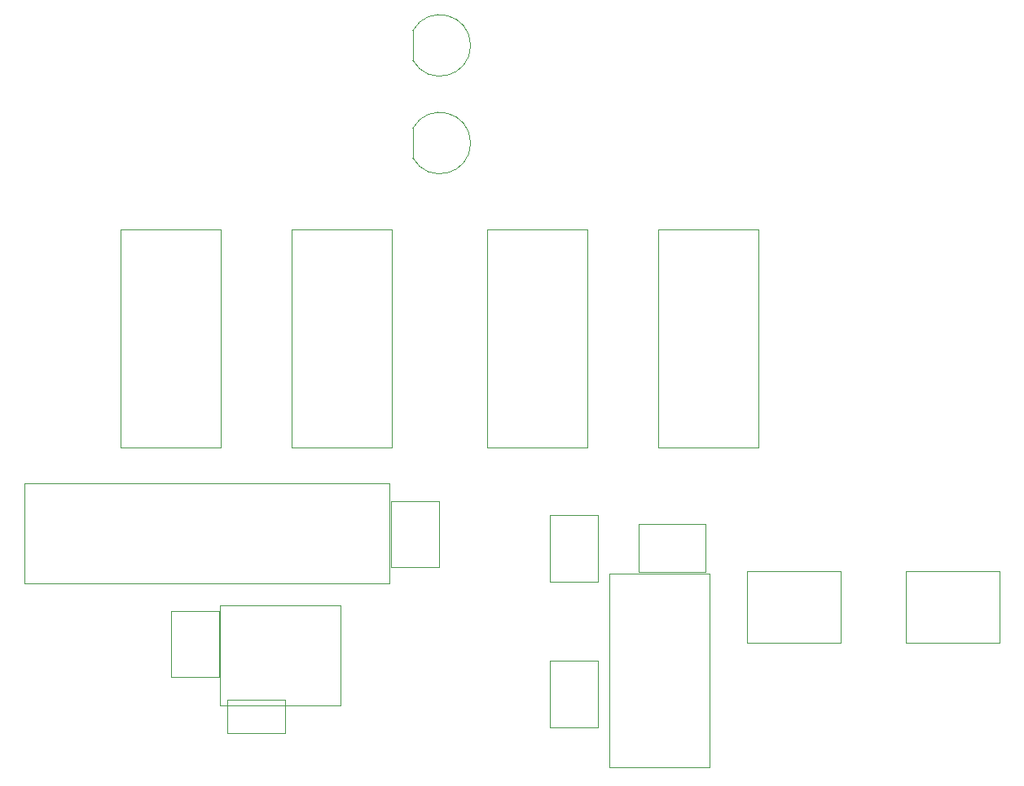
<source format=gbr>
G04 #@! TF.FileFunction,Other,User*
%FSLAX46Y46*%
G04 Gerber Fmt 4.6, Leading zero omitted, Abs format (unit mm)*
G04 Created by KiCad (PCBNEW (2015-12-07 BZR 6352)-product) date Fri 22 Apr 2016 06:39:40 PM EDT*
%MOMM*%
G01*
G04 APERTURE LIST*
%ADD10C,0.100000*%
%ADD11C,0.050000*%
G04 APERTURE END LIST*
D10*
D11*
X81150000Y23800000D02*
X81150000Y3650000D01*
X91550000Y23800000D02*
X91550000Y3650000D01*
X81150000Y23800000D02*
X91550000Y23800000D01*
X81150000Y3650000D02*
X91550000Y3650000D01*
X30350000Y59600000D02*
X30350000Y36900000D01*
X40750000Y59600000D02*
X40750000Y36900000D01*
X30350000Y59600000D02*
X40750000Y59600000D01*
X30350000Y36900000D02*
X40750000Y36900000D01*
X79970000Y14680000D02*
X79970000Y7780000D01*
X79970000Y7780000D02*
X74970000Y7780000D01*
X74970000Y7780000D02*
X74970000Y14680000D01*
X74970000Y14680000D02*
X79970000Y14680000D01*
X74970000Y22940000D02*
X74970000Y29840000D01*
X74970000Y29840000D02*
X79970000Y29840000D01*
X79970000Y29840000D02*
X79970000Y22940000D01*
X79970000Y22940000D02*
X74970000Y22940000D01*
X40560000Y19920000D02*
X40560000Y13020000D01*
X40560000Y13020000D02*
X35560000Y13020000D01*
X35560000Y13020000D02*
X35560000Y19920000D01*
X35560000Y19920000D02*
X40560000Y19920000D01*
X58460000Y24450000D02*
X58460000Y31350000D01*
X58460000Y31350000D02*
X63460000Y31350000D01*
X63460000Y31350000D02*
X63460000Y24450000D01*
X63460000Y24450000D02*
X58460000Y24450000D01*
X91120000Y23930000D02*
X84220000Y23930000D01*
X84220000Y23930000D02*
X84220000Y28930000D01*
X84220000Y28930000D02*
X91120000Y28930000D01*
X91120000Y28930000D02*
X91120000Y23930000D01*
X60730000Y70130000D02*
X60730000Y67030000D01*
X60731751Y70133160D02*
G75*
G02X60730000Y67030000I2798249J-1553160D01*
G01*
X60730000Y80290000D02*
X60730000Y77190000D01*
X60731751Y80293160D02*
G75*
G02X60730000Y77190000I2798249J-1553160D01*
G01*
X58330000Y33150000D02*
X20380000Y33150000D01*
X58330000Y22750000D02*
X20380000Y22750000D01*
X58330000Y33150000D02*
X58330000Y22750000D01*
X20380000Y33150000D02*
X20380000Y22750000D01*
X95470000Y24040000D02*
X95470000Y16590000D01*
X105170000Y24040000D02*
X105170000Y16590000D01*
X95470000Y24040000D02*
X105170000Y24040000D01*
X95470000Y16590000D02*
X105170000Y16590000D01*
X111980000Y24040000D02*
X111980000Y16590000D01*
X121680000Y24040000D02*
X121680000Y16590000D01*
X111980000Y24040000D02*
X121680000Y24040000D01*
X111980000Y16590000D02*
X121680000Y16590000D01*
X40690000Y10030000D02*
X53240000Y10030000D01*
X40690000Y20430000D02*
X53240000Y20430000D01*
X40690000Y10030000D02*
X40690000Y20430000D01*
X53240000Y10030000D02*
X53240000Y20430000D01*
X48130000Y59600000D02*
X48130000Y36900000D01*
X58530000Y59600000D02*
X58530000Y36900000D01*
X48130000Y59600000D02*
X58530000Y59600000D01*
X48130000Y36900000D02*
X58530000Y36900000D01*
X68450000Y59600000D02*
X68450000Y36900000D01*
X78850000Y59600000D02*
X78850000Y36900000D01*
X68450000Y59600000D02*
X78850000Y59600000D01*
X68450000Y36900000D02*
X78850000Y36900000D01*
X86230000Y59600000D02*
X86230000Y36900000D01*
X96630000Y59600000D02*
X96630000Y36900000D01*
X86230000Y59600000D02*
X96630000Y59600000D01*
X86230000Y36900000D02*
X96630000Y36900000D01*
X47470000Y10640000D02*
X41420000Y10640000D01*
X47470000Y7140000D02*
X41420000Y7140000D01*
X47470000Y10640000D02*
X47470000Y7140000D01*
X41420000Y10640000D02*
X41420000Y7140000D01*
M02*

</source>
